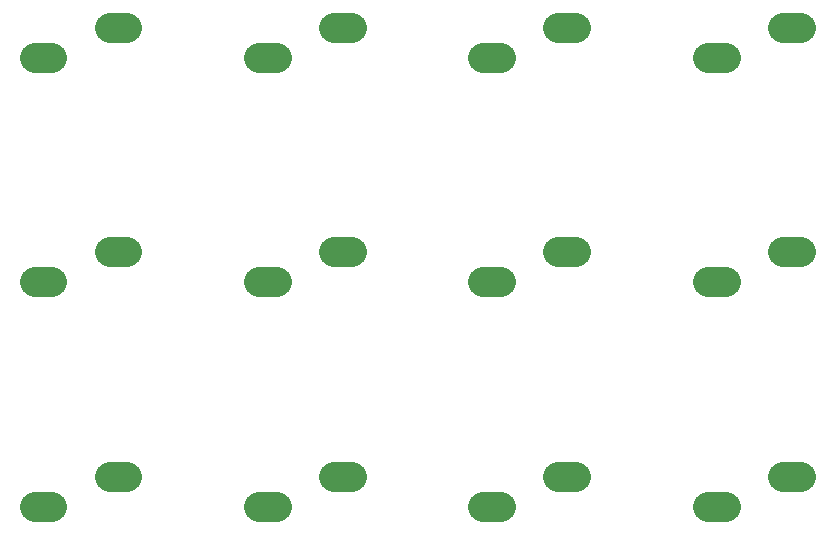
<source format=gtl>
G04 Layer: TopLayer*
G04 EasyEDA v6.2.46, 2019-11-23T13:25:43+01:00*
G04 d8a7f896a94247d8beab61903426e2c7,093294e231294aec929f11af430ff8d8,10*
G04 Gerber Generator version 0.2*
G04 Scale: 100 percent, Rotated: No, Reflected: No *
G04 Dimensions in millimeters *
G04 leading zeros omitted , absolute positions ,3 integer and 3 decimal *
%FSLAX33Y33*%
%MOMM*%
G90*
G71D02*

%ADD11C,2.499995*%

%LPD*%
G54D11*
G01X20941Y44041D02*
G01X22441Y44041D01*
G01X27291Y46581D02*
G01X28791Y46581D01*
G01X39940Y44041D02*
G01X41440Y44041D01*
G01X46290Y46581D02*
G01X47790Y46581D01*
G01X58939Y44041D02*
G01X60440Y44041D01*
G01X65289Y46581D02*
G01X66790Y46581D01*
G01X20941Y25039D02*
G01X22441Y25039D01*
G01X27291Y27579D02*
G01X28791Y27579D01*
G01X39940Y25039D02*
G01X41440Y25039D01*
G01X46290Y27579D02*
G01X47790Y27579D01*
G01X58939Y25039D02*
G01X60440Y25039D01*
G01X65289Y27579D02*
G01X66790Y27579D01*
G01X20941Y6040D02*
G01X22441Y6040D01*
G01X27291Y8580D02*
G01X28791Y8580D01*
G01X39940Y6040D02*
G01X41440Y6040D01*
G01X46290Y8580D02*
G01X47790Y8580D01*
G01X58939Y6040D02*
G01X60440Y6040D01*
G01X65289Y8580D02*
G01X66790Y8580D01*
G01X1939Y44041D02*
G01X3439Y44041D01*
G01X8289Y46581D02*
G01X9789Y46581D01*
G01X1939Y25039D02*
G01X3439Y25039D01*
G01X8289Y27579D02*
G01X9789Y27579D01*
G01X1939Y6040D02*
G01X3439Y6040D01*
G01X8289Y8580D02*
G01X9789Y8580D01*
M00*
M02*

</source>
